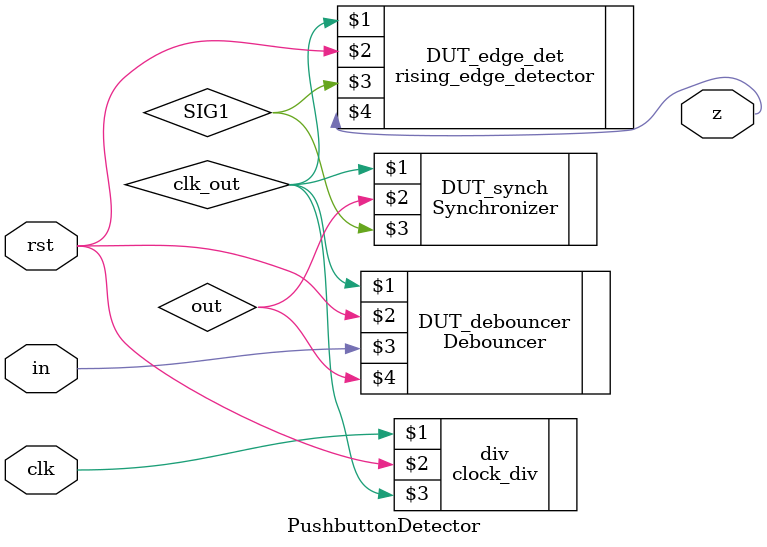
<source format=v>
module PushbuttonDetector(input clk, rst, in, output z);

wire out;
wire SIG1;
wire clk_out;
clock_div #(500000) div(clk,rst,clk_out);
Debouncer DUT_debouncer(clk_out, rst, in,  out);
Synchronizer DUT_synch(clk_out, out, SIG1);
rising_edge_detector DUT_edge_det( clk_out, rst, SIG1,z);

endmodule

</source>
